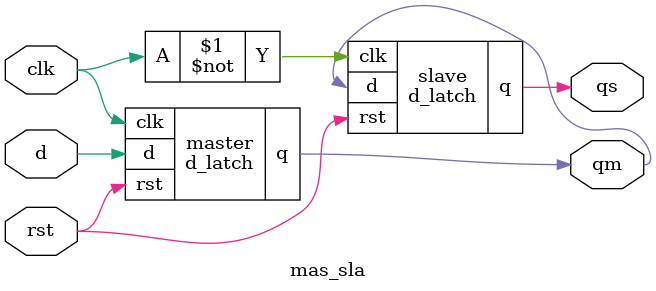
<source format=v>
module d_latch(
  input d,clk,rst,
  output reg q
);
  always@(*)begin
    if(rst)
      q<=0;
    else if(clk)
      q<=d;
    else
      q<=q;
  end
endmodule

      
  module mas_sla(
  input d,clk,rst,
  output reg qs,
    output qm
);
    d_latch master(
      .d(d),
      .clk(clk),
      .rst(rst),
      .q(qm)
    );
    d_latch slave(
      .d(qm),
      .clk(~clk),
      .rst(rst),
      .q(qs)
    );
  endmodule
    
  

</source>
